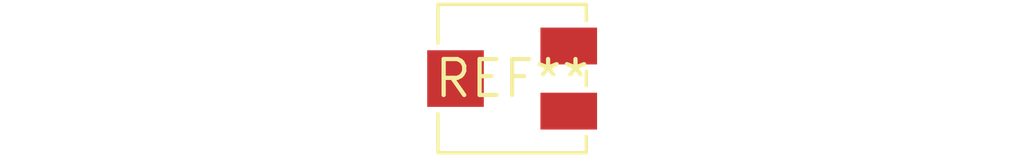
<source format=kicad_pcb>
(kicad_pcb (version 20240108) (generator pcbnew)
  (layers (0 "F.Cu" signal) (31 "B.Cu" signal) (34 "B.Paste" user) (35 "F.Paste" user) (36 "B.SilkS" user "B.Silkscreen") (37 "F.SilkS" user "F.Silkscreen") (38 "B.Mask" user) (39 "F.Mask" user) (44 "Edge.Cuts" user))
  (net 0 "")
  (footprint "Potentiometer_Vishay_TS53YJ_Vertical" (layer "F.Cu") (at 0 0)
    (property "Reference" "REF**")
    (property "Value" "Potentiometer_Vishay_TS53YJ_Vertical")
    (fp_line (start -2.62 -2.62) (end -2.62 -1.24) (layer "F.SilkS") (stroke (width 0.12)))
    (fp_line (start -2.62 -2.62) (end 2.62 -2.62) (layer "F.SilkS") (stroke (width 0.12)))
    (fp_line (start -2.62 1.24) (end -2.62 2.62) (layer "F.SilkS") (stroke (width 0.12)))
    (fp_line (start -2.62 2.62) (end 2.62 2.62) (layer "F.SilkS") (stroke (width 0.12)))
    (fp_line (start 2.62 -2.62) (end 2.62 -2.039) (layer "F.SilkS") (stroke (width 0.12)))
    (fp_line (start 2.62 -0.26) (end 2.62 0.26) (layer "F.SilkS") (stroke (width 0.12)))
    (fp_line (start 2.62 2.04) (end 2.62 2.62) (layer "F.SilkS") (stroke (width 0.12)))
    (pad "1" smd rect (at 2 -1.15) (size 2 1.3) (layers "F.Cu" "F.Paste" "F.Mask"))
    (pad "2" smd rect (at -2 0) (size 2 2) (layers "F.Cu" "F.Paste" "F.Mask"))
    (pad "3" smd rect (at 2 1.15) (size 2 1.3) (layers "F.Cu" "F.Paste" "F.Mask"))
  )
)
</source>
